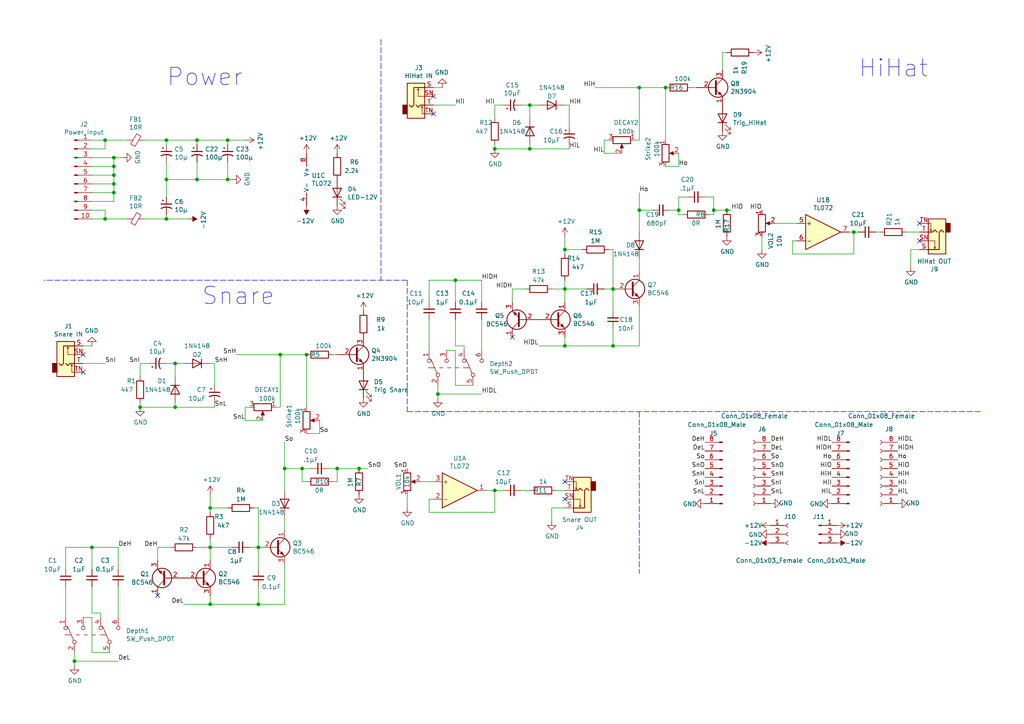
<source format=kicad_sch>
(kicad_sch (version 20211123) (generator eeschema)
  (paper "A4")
  (lib_symbols
    (symbol "Amplifier_Operational:TL072" (pin_names (offset 0.127))
      (property "Reference" "U" (at 0 5.08 0))
      (property "Value" "TL072" (at 0 -5.08 0))
      (symbol "TL072_1_1"
        (pin output line (at 7.62 0 180) (length 2.54) (name "~") (number "1"))
        (pin input line (at -7.62 -2.54 0) (length 2.54) (name "-") (number "2"))
        (pin input line (at -7.62 2.54 0) (length 2.54) (name "+") (number "3"))
      )
      (symbol "TL072_2_1"
        (pin input line (at -7.62 2.54 0) (length 2.54) (name "+") (number "5"))
        (pin input line (at -7.62 -2.54 0) (length 2.54) (name "-") (number "6"))
        (pin output line (at 7.62 0 180) (length 2.54) (name "~") (number "7"))
      )
      (symbol "TL072_3_1"
        (pin power_in line (at -2.54 -7.62 90) (length 3.81) (name "V-") (number "4"))
        (pin power_in line (at -2.54 7.62 270) (length 3.81) (name "V+") (number "8"))
      )
    )
    (symbol "Connector:AudioJack2_Switch"
      (property "Reference" "J" (at 0 11.43 0))
      (property "Value" "AudioJack2_Switch" (at 0 8.89 0))
      (symbol "AudioJack2_Switch_1_1"
        (pin passive line (at 5.08 5.08 180) (length 2.54) (name "~") (number "S"))
        (pin passive line (at 5.08 2.54 180) (length 2.54) (name "~") (number "SN"))
        (pin passive line (at 5.08 0 180) (length 2.54) (name "~") (number "T"))
        (pin passive line (at 5.08 -2.54 180) (length 2.54) (name "~") (number "TN"))
      )
    )
    (symbol "Connector:Conn_01x03_Female" (pin_names (offset 1.016) hide)
      (property "Reference" "J" (at 0 5.08 0))
      (property "Value" "Conn_01x03_Female" (at 0 -5.08 0))
      (symbol "Conn_01x03_Female_1_1"
        (pin passive line (at -5.08 2.54 0) (length 3.81) (name "Pin_1") (number "1"))
        (pin passive line (at -5.08 0 0) (length 3.81) (name "Pin_2") (number "2"))
        (pin passive line (at -5.08 -2.54 0) (length 3.81) (name "Pin_3") (number "3"))
      )
    )
    (symbol "Connector:Conn_01x03_Male" (pin_names (offset 1.016) hide)
      (property "Reference" "J" (at 0 5.08 0))
      (property "Value" "Conn_01x03_Male" (at 0 -5.08 0))
      (symbol "Conn_01x03_Male_1_1"
        (pin passive line (at 5.08 2.54 180) (length 3.81) (name "Pin_1") (number "1"))
        (pin passive line (at 5.08 0 180) (length 3.81) (name "Pin_2") (number "2"))
        (pin passive line (at 5.08 -2.54 180) (length 3.81) (name "Pin_3") (number "3"))
      )
    )
    (symbol "Connector:Conn_01x08_Female" (pin_names (offset 1.016) hide)
      (property "Reference" "J" (at 0 10.16 0))
      (property "Value" "Conn_01x08_Female" (at 0 -12.7 0))
      (symbol "Conn_01x08_Female_1_1"
        (pin passive line (at -5.08 7.62 0) (length 3.81) (name "Pin_1") (number "1"))
        (pin passive line (at -5.08 5.08 0) (length 3.81) (name "Pin_2") (number "2"))
        (pin passive line (at -5.08 2.54 0) (length 3.81) (name "Pin_3") (number "3"))
        (pin passive line (at -5.08 0 0) (length 3.81) (name "Pin_4") (number "4"))
        (pin passive line (at -5.08 -2.54 0) (length 3.81) (name "Pin_5") (number "5"))
        (pin passive line (at -5.08 -5.08 0) (length 3.81) (name "Pin_6") (number "6"))
        (pin passive line (at -5.08 -7.62 0) (length 3.81) (name "Pin_7") (number "7"))
        (pin passive line (at -5.08 -10.16 0) (length 3.81) (name "Pin_8") (number "8"))
      )
    )
    (symbol "Connector:Conn_01x08_Male" (pin_names (offset 1.016) hide)
      (property "Reference" "J" (at 0 10.16 0))
      (property "Value" "Conn_01x08_Male" (at 0 -12.7 0))
      (symbol "Conn_01x08_Male_1_1"
        (pin passive line (at 5.08 7.62 180) (length 3.81) (name "Pin_1") (number "1"))
        (pin passive line (at 5.08 5.08 180) (length 3.81) (name "Pin_2") (number "2"))
        (pin passive line (at 5.08 2.54 180) (length 3.81) (name "Pin_3") (number "3"))
        (pin passive line (at 5.08 0 180) (length 3.81) (name "Pin_4") (number "4"))
        (pin passive line (at 5.08 -2.54 180) (length 3.81) (name "Pin_5") (number "5"))
        (pin passive line (at 5.08 -5.08 180) (length 3.81) (name "Pin_6") (number "6"))
        (pin passive line (at 5.08 -7.62 180) (length 3.81) (name "Pin_7") (number "7"))
        (pin passive line (at 5.08 -10.16 180) (length 3.81) (name "Pin_8") (number "8"))
      )
    )
    (symbol "Connector:Conn_01x10_Male" (pin_names (offset 1.016) hide)
      (property "Reference" "J" (at 0 12.7 0))
      (property "Value" "Conn_01x10_Male" (at 0 -15.24 0))
      (symbol "Conn_01x10_Male_1_1"
        (pin passive line (at 5.08 10.16 180) (length 3.81) (name "Pin_1") (number "1"))
        (pin passive line (at 5.08 -12.7 180) (length 3.81) (name "Pin_10") (number "10"))
        (pin passive line (at 5.08 7.62 180) (length 3.81) (name "Pin_2") (number "2"))
        (pin passive line (at 5.08 5.08 180) (length 3.81) (name "Pin_3") (number "3"))
        (pin passive line (at 5.08 2.54 180) (length 3.81) (name "Pin_4") (number "4"))
        (pin passive line (at 5.08 0 180) (length 3.81) (name "Pin_5") (number "5"))
        (pin passive line (at 5.08 -2.54 180) (length 3.81) (name "Pin_6") (number "6"))
        (pin passive line (at 5.08 -5.08 180) (length 3.81) (name "Pin_7") (number "7"))
        (pin passive line (at 5.08 -7.62 180) (length 3.81) (name "Pin_8") (number "8"))
        (pin passive line (at 5.08 -10.16 180) (length 3.81) (name "Pin_9") (number "9"))
      )
    )
    (symbol "Device:CP1_Small" (pin_numbers hide) (pin_names (offset 0.254) hide)
      (property "Reference" "C" (at 0.254 1.778 0))
      (property "Value" "Device_CP1_Small" (at 0.254 -2.032 0))
      (symbol "CP1_Small_1_1"
        (pin passive line (at 0 2.54 270) (length 2.032) (name "~") (number "1"))
        (pin passive line (at 0 -2.54 90) (length 2.032) (name "~") (number "2"))
      )
    )
    (symbol "Device:C_Small" (pin_numbers hide) (pin_names (offset 0.254) hide)
      (property "Reference" "C" (at 0.254 1.778 0))
      (property "Value" "C_Small" (at 0.254 -2.032 0))
      (symbol "C_Small_1_1"
        (pin passive line (at 0 2.54 270) (length 2.032) (name "~") (number "1"))
        (pin passive line (at 0 -2.54 90) (length 2.032) (name "~") (number "2"))
      )
    )
    (symbol "Device:Ferrite_Bead_Small" (pin_numbers hide) (pin_names (offset 0))
      (property "Reference" "FB" (at 1.905 1.27 0))
      (property "Value" "Device_Ferrite_Bead_Small" (at 1.905 -1.27 0))
      (symbol "Ferrite_Bead_Small_1_1"
        (pin passive line (at 0 2.54 270) (length 1.27) (name "~") (number "1"))
        (pin passive line (at 0 -2.54 90) (length 1.27) (name "~") (number "2"))
      )
    )
    (symbol "Device:LED" (pin_numbers hide) (pin_names (offset 1.016) hide)
      (property "Reference" "D" (at 0 2.54 0))
      (property "Value" "LED" (at 0 -2.54 0))
      (symbol "LED_1_1"
        (pin passive line (at -3.81 0 0) (length 2.54) (name "K") (number "1"))
        (pin passive line (at 3.81 0 180) (length 2.54) (name "A") (number "2"))
      )
    )
    (symbol "Device:R" (pin_numbers hide) (pin_names (offset 0))
      (property "Reference" "R" (at 2.032 0 90))
      (property "Value" "R" (at 0 0 90))
      (symbol "R_1_1"
        (pin passive line (at 0 3.81 270) (length 1.27) (name "~") (number "1"))
        (pin passive line (at 0 -3.81 90) (length 1.27) (name "~") (number "2"))
      )
    )
    (symbol "Device:R_POT" (pin_names (offset 1.016) hide)
      (property "Reference" "RV" (at -4.445 0 90))
      (property "Value" "Device_R_POT" (at -2.54 0 90))
      (symbol "R_POT_1_1"
        (pin passive line (at 0 3.81 270) (length 1.27) (name "1") (number "1"))
        (pin passive line (at 3.81 0 180) (length 1.27) (name "2") (number "2"))
        (pin passive line (at 0 -3.81 90) (length 1.27) (name "3") (number "3"))
      )
    )
    (symbol "Diode:1N4148" (pin_numbers hide) (pin_names (offset 1.016) hide)
      (property "Reference" "D" (at 0 2.54 0))
      (property "Value" "1N4148" (at 0 -2.54 0))
      (symbol "1N4148_1_1"
        (pin passive line (at -3.81 0 0) (length 2.54) (name "K") (number "1"))
        (pin passive line (at 3.81 0 180) (length 2.54) (name "A") (number "2"))
      )
    )
    (symbol "Switch:SW_Push_DPDT" (pin_names (offset 0) hide)
      (property "Reference" "SW" (at 0 8.89 0))
      (property "Value" "SW_Push_DPDT" (at 0 -10.16 0))
      (symbol "SW_Push_DPDT_1_1"
        (pin passive line (at 5.08 7.62 180) (length 2.54) (name "A") (number "1"))
        (pin passive line (at -5.08 5.08 0) (length 2.54) (name "B") (number "2"))
        (pin passive line (at 5.08 2.54 180) (length 2.54) (name "C") (number "3"))
        (pin passive line (at 5.08 -2.54 180) (length 2.54) (name "A") (number "4"))
        (pin passive line (at -5.08 -5.08 0) (length 2.54) (name "B") (number "5"))
        (pin passive line (at 5.08 -7.62 180) (length 2.54) (name "C") (number "6"))
      )
    )
    (symbol "Transistor_BJT:2N3904" (pin_names (offset 0) hide)
      (property "Reference" "Q" (at 5.08 1.905 0))
      (property "Value" "2N3904" (at 5.08 0 0))
      (symbol "2N3904_1_1"
        (pin passive line (at 2.54 -5.08 90) (length 2.54) (name "E") (number "1"))
        (pin passive line (at -5.08 0 0) (length 5.715) (name "B") (number "2"))
        (pin passive line (at 2.54 5.08 270) (length 2.54) (name "C") (number "3"))
      )
    )
    (symbol "Transistor_BJT:BC546" (pin_names (offset 0) hide)
      (property "Reference" "Q" (at 5.08 1.905 0))
      (property "Value" "BC546" (at 5.08 0 0))
      (symbol "BC546_1_1"
        (pin passive line (at 2.54 5.08 270) (length 2.54) (name "C") (number "1"))
        (pin input line (at -5.08 0 0) (length 5.08) (name "B") (number "2"))
        (pin passive line (at 2.54 -5.08 90) (length 2.54) (name "E") (number "3"))
      )
    )
    (symbol "power:+12V" (power) (pin_names (offset 0))
      (property "Value" "+12V" (at 0 3.556 0))
      (symbol "+12V_1_1"
        (pin power_in line (at 0 0 90) (length 0) hide (name "+12V") (number "1"))
      )
    )
    (symbol "power:-12V" (power) (pin_names (offset 0))
      (property "Value" "-12V" (at 0 3.81 0))
      (symbol "-12V_0_0"
        (pin power_in line (at 0 0 90) (length 0) hide (name "-12V") (number "1"))
      )
    )
    (symbol "power:GND" (power) (pin_names (offset 0))
      (property "Value" "GND" (at 0 -3.81 0))
      (symbol "GND_1_1"
        (pin power_in line (at 0 0 270) (length 0) hide (name "GND") (number "1"))
      )
    )
  )
  (junction (at 81.28 102.87))
  (junction (at 33.02 50.8))
  (junction (at 50.8 105.41))
  (junction (at 87.63 135.89))
  (junction (at 177.8 83.82))
  (junction (at 48.26 40.64))
  (junction (at 196.85 60.96))
  (junction (at 82.55 135.89))
  (junction (at 97.79 135.89))
  (junction (at 66.04 52.07))
  (junction (at 163.83 83.82))
  (junction (at 57.15 40.64))
  (junction (at 153.67 43.18))
  (junction (at 185.42 25.4))
  (junction (at 247.65 67.31))
  (junction (at 57.15 52.07))
  (junction (at 74.93 158.75))
  (junction (at 60.96 147.32))
  (junction (at 60.96 175.26))
  (junction (at 48.26 63.5))
  (junction (at 66.04 40.64))
  (junction (at 104.14 135.89))
  (junction (at 177.8 100.33))
  (junction (at 163.83 100.33))
  (junction (at 40.64 118.11))
  (junction (at 21.59 191.77))
  (junction (at 193.04 25.4))
  (junction (at 30.48 63.5))
  (junction (at 132.08 81.28))
  (junction (at 48.26 52.07))
  (junction (at 163.83 72.39))
  (junction (at 143.51 43.18))
  (junction (at 185.42 60.96))
  (junction (at 33.02 48.26))
  (junction (at 50.8 118.11))
  (junction (at 88.9 102.87))
  (junction (at 33.02 55.88))
  (junction (at 30.48 40.64))
  (junction (at 60.96 158.75))
  (junction (at 127 114.3))
  (junction (at 153.67 30.48))
  (junction (at 210.82 60.96))
  (junction (at 33.02 53.34))
  (junction (at 143.51 142.24))
  (junction (at 207.01 60.96))
  (junction (at 74.93 175.26))
  (junction (at 26.67 158.75))
  (junction (at 33.02 45.72))
  (no_connect (at 24.13 102.87))
  (no_connect (at 125.73 27.94))
  (no_connect (at 45.72 172.72))
  (no_connect (at 266.7 69.85))
  (no_connect (at 163.83 144.78))
  (no_connect (at 266.7 64.77))
  (no_connect (at 148.59 97.79))
  (no_connect (at 125.73 33.02))
  (no_connect (at 163.83 139.7))
  (no_connect (at 24.13 107.95))
  (wire (pts (xy 184.15 40.64) (xy 185.42 40.64)))
  (wire (pts (xy 163.83 72.39) (xy 163.83 73.66)))
  (wire (pts (xy 26.67 60.96) (xy 30.48 60.96)))
  (wire (pts (xy 165.1 30.48) (xy 165.1 36.83)))
  (wire (pts (xy 127 111.76) (xy 127 114.3)))
  (wire (pts (xy 177.8 100.33) (xy 163.83 100.33)))
  (wire (pts (xy 185.42 25.4) (xy 193.04 25.4)))
  (wire (pts (xy 153.67 142.24) (xy 151.13 142.24)))
  (wire (pts (xy 71.12 118.11) (xy 72.39 118.11)))
  (polyline (pts (xy 110.49 11.43) (xy 110.49 81.28)))
  (wire (pts (xy 153.67 34.29) (xy 153.67 30.48)))
  (wire (pts (xy 124.46 92.71) (xy 124.46 101.6)))
  (wire (pts (xy 264.16 72.39) (xy 264.16 77.47)))
  (wire (pts (xy 82.55 163.83) (xy 82.55 175.26)))
  (wire (pts (xy 50.8 105.41) (xy 48.26 105.41)))
  (wire (pts (xy 140.97 142.24) (xy 143.51 142.24)))
  (wire (pts (xy 81.28 102.87) (xy 88.9 102.87)))
  (wire (pts (xy 132.08 81.28) (xy 132.08 87.63)))
  (wire (pts (xy 220.98 68.58) (xy 220.98 72.39)))
  (wire (pts (xy 196.85 62.23) (xy 196.85 60.96)))
  (wire (pts (xy 50.8 118.11) (xy 50.8 116.84)))
  (wire (pts (xy 129.54 101.6) (xy 132.08 101.6)))
  (wire (pts (xy 210.82 60.96) (xy 207.01 60.96)))
  (wire (pts (xy 196.85 60.96) (xy 194.31 60.96)))
  (wire (pts (xy 26.67 158.75) (xy 26.67 165.1)))
  (wire (pts (xy 73.66 147.32) (xy 74.93 147.32)))
  (wire (pts (xy 139.7 92.71) (xy 139.7 101.6)))
  (wire (pts (xy 229.87 73.66) (xy 229.87 69.85)))
  (wire (pts (xy 207.01 57.15) (xy 207.01 60.96)))
  (wire (pts (xy 163.83 72.39) (xy 168.91 72.39)))
  (wire (pts (xy 210.82 60.96) (xy 212.09 60.96)))
  (wire (pts (xy 74.93 175.26) (xy 60.96 175.26)))
  (wire (pts (xy 74.93 158.75) (xy 72.39 158.75)))
  (wire (pts (xy 163.83 83.82) (xy 160.02 83.82)))
  (wire (pts (xy 26.67 58.42) (xy 33.02 58.42)))
  (wire (pts (xy 74.93 165.1) (xy 74.93 158.75)))
  (wire (pts (xy 82.55 149.86) (xy 82.55 153.67)))
  (wire (pts (xy 176.53 72.39) (xy 177.8 72.39)))
  (wire (pts (xy 134.62 101.6) (xy 134.62 100.33)))
  (wire (pts (xy 255.27 67.31) (xy 254 67.31)))
  (wire (pts (xy 127 114.3) (xy 127 115.57)))
  (wire (pts (xy 185.42 60.96) (xy 185.42 67.31)))
  (wire (pts (xy 26.67 179.07) (xy 24.13 179.07)))
  (wire (pts (xy 163.83 83.82) (xy 170.18 83.82)))
  (wire (pts (xy 49.53 158.75) (xy 45.72 158.75)))
  (wire (pts (xy 33.02 53.34) (xy 33.02 50.8)))
  (wire (pts (xy 33.02 58.42) (xy 33.02 55.88)))
  (wire (pts (xy 82.55 175.26) (xy 74.93 175.26)))
  (wire (pts (xy 60.96 158.75) (xy 67.31 158.75)))
  (wire (pts (xy 60.96 147.32) (xy 66.04 147.32)))
  (wire (pts (xy 68.58 102.87) (xy 81.28 102.87)))
  (wire (pts (xy 33.02 48.26) (xy 33.02 50.8)))
  (wire (pts (xy 66.04 46.99) (xy 66.04 52.07)))
  (wire (pts (xy 125.73 25.4) (xy 128.27 25.4)))
  (wire (pts (xy 97.79 135.89) (xy 104.14 135.89)))
  (polyline (pts (xy 118.11 81.28) (xy 12.7 81.28)))
  (wire (pts (xy 41.91 63.5) (xy 48.26 63.5)))
  (wire (pts (xy 26.67 63.5) (xy 30.48 63.5)))
  (wire (pts (xy 96.52 139.7) (xy 97.79 139.7)))
  (wire (pts (xy 97.79 135.89) (xy 97.79 139.7)))
  (wire (pts (xy 88.9 125.73) (xy 92.71 125.73)))
  (wire (pts (xy 163.83 72.39) (xy 163.83 68.58)))
  (wire (pts (xy 26.67 177.8) (xy 26.67 170.18)))
  (wire (pts (xy 246.38 67.31) (xy 247.65 67.31)))
  (wire (pts (xy 95.25 135.89) (xy 97.79 135.89)))
  (wire (pts (xy 60.96 162.56) (xy 60.96 158.75)))
  (wire (pts (xy 40.64 116.84) (xy 40.64 118.11)))
  (wire (pts (xy 139.7 87.63) (xy 139.7 81.28)))
  (wire (pts (xy 26.67 55.88) (xy 33.02 55.88)))
  (wire (pts (xy 163.83 100.33) (xy 156.21 100.33)))
  (wire (pts (xy 57.15 46.99) (xy 57.15 52.07)))
  (wire (pts (xy 207.01 60.96) (xy 207.01 62.23)))
  (wire (pts (xy 165.1 41.91) (xy 165.1 43.18)))
  (wire (pts (xy 137.16 111.76) (xy 132.08 111.76)))
  (wire (pts (xy 139.7 81.28) (xy 132.08 81.28)))
  (wire (pts (xy 143.51 41.91) (xy 143.51 43.18)))
  (wire (pts (xy 67.31 52.07) (xy 66.04 52.07)))
  (wire (pts (xy 185.42 74.93) (xy 185.42 78.74)))
  (wire (pts (xy 80.01 118.11) (xy 81.28 118.11)))
  (wire (pts (xy 132.08 111.76) (xy 132.08 101.6)))
  (wire (pts (xy 41.91 40.64) (xy 48.26 40.64)))
  (wire (pts (xy 92.71 125.73) (xy 92.71 121.92)))
  (wire (pts (xy 26.67 40.64) (xy 30.48 40.64)))
  (wire (pts (xy 50.8 109.22) (xy 50.8 105.41)))
  (wire (pts (xy 175.26 44.45) (xy 175.26 40.64)))
  (wire (pts (xy 210.82 15.24) (xy 209.55 15.24)))
  (wire (pts (xy 57.15 52.07) (xy 48.26 52.07)))
  (wire (pts (xy 21.59 189.23) (xy 21.59 191.77)))
  (wire (pts (xy 262.89 67.31) (xy 266.7 67.31)))
  (wire (pts (xy 193.04 25.4) (xy 193.04 40.64)))
  (wire (pts (xy 60.96 147.32) (xy 60.96 143.51)))
  (wire (pts (xy 180.34 44.45) (xy 175.26 44.45)))
  (wire (pts (xy 185.42 60.96) (xy 189.23 60.96)))
  (wire (pts (xy 121.92 139.7) (xy 125.73 139.7)))
  (wire (pts (xy 19.05 165.1) (xy 19.05 158.75)))
  (wire (pts (xy 185.42 88.9) (xy 185.42 100.33)))
  (polyline (pts (xy 185.42 119.38) (xy 185.42 166.37)))
  (wire (pts (xy 163.83 97.79) (xy 163.83 100.33)))
  (wire (pts (xy 60.96 175.26) (xy 53.34 175.26)))
  (wire (pts (xy 124.46 148.59) (xy 124.46 144.78)))
  (wire (pts (xy 34.29 165.1) (xy 34.29 158.75)))
  (wire (pts (xy 33.02 55.88) (xy 33.02 53.34)))
  (wire (pts (xy 62.23 116.84) (xy 62.23 118.11)))
  (wire (pts (xy 204.47 57.15) (xy 207.01 57.15)))
  (wire (pts (xy 35.56 45.72) (xy 33.02 45.72)))
  (wire (pts (xy 172.72 25.4) (xy 185.42 25.4)))
  (wire (pts (xy 143.51 142.24) (xy 143.51 148.59)))
  (wire (pts (xy 87.63 135.89) (xy 90.17 135.89)))
  (wire (pts (xy 57.15 41.91) (xy 57.15 40.64)))
  (wire (pts (xy 74.93 170.18) (xy 74.93 175.26)))
  (wire (pts (xy 175.26 40.64) (xy 176.53 40.64)))
  (wire (pts (xy 143.51 148.59) (xy 124.46 148.59)))
  (wire (pts (xy 143.51 30.48) (xy 143.51 34.29)))
  (wire (pts (xy 96.52 102.87) (xy 97.79 102.87)))
  (wire (pts (xy 60.96 158.75) (xy 57.15 158.75)))
  (wire (pts (xy 34.29 158.75) (xy 26.67 158.75)))
  (wire (pts (xy 34.29 191.77) (xy 21.59 191.77)))
  (wire (pts (xy 193.04 48.26) (xy 196.85 48.26)))
  (wire (pts (xy 60.96 172.72) (xy 60.96 175.26)))
  (wire (pts (xy 196.85 57.15) (xy 199.39 57.15)))
  (wire (pts (xy 26.67 43.18) (xy 30.48 43.18)))
  (wire (pts (xy 60.96 105.41) (xy 62.23 105.41)))
  (wire (pts (xy 30.48 60.96) (xy 30.48 63.5)))
  (wire (pts (xy 163.83 81.28) (xy 163.83 83.82)))
  (polyline (pts (xy 118.11 119.38) (xy 284.48 119.38)))
  (wire (pts (xy 19.05 158.75) (xy 26.67 158.75)))
  (wire (pts (xy 34.29 170.18) (xy 34.29 179.07)))
  (wire (pts (xy 132.08 100.33) (xy 132.08 92.71)))
  (wire (pts (xy 125.73 30.48) (xy 132.08 30.48)))
  (wire (pts (xy 48.26 40.64) (xy 57.15 40.64)))
  (polyline (pts (xy 118.11 81.28) (xy 118.11 119.38)))
  (wire (pts (xy 185.42 55.88) (xy 185.42 60.96)))
  (wire (pts (xy 33.02 50.8) (xy 26.67 50.8)))
  (wire (pts (xy 196.85 60.96) (xy 196.85 57.15)))
  (wire (pts (xy 66.04 52.07) (xy 57.15 52.07)))
  (wire (pts (xy 53.34 105.41) (xy 50.8 105.41)))
  (wire (pts (xy 29.21 179.07) (xy 29.21 177.8)))
  (wire (pts (xy 57.15 40.64) (xy 66.04 40.64)))
  (wire (pts (xy 30.48 43.18) (xy 30.48 40.64)))
  (wire (pts (xy 247.65 67.31) (xy 247.65 73.66)))
  (wire (pts (xy 26.67 53.34) (xy 33.02 53.34)))
  (wire (pts (xy 205.74 62.23) (xy 207.01 62.23)))
  (wire (pts (xy 40.64 118.11) (xy 50.8 118.11)))
  (wire (pts (xy 124.46 144.78) (xy 125.73 144.78)))
  (wire (pts (xy 177.8 83.82) (xy 175.26 83.82)))
  (wire (pts (xy 177.8 72.39) (xy 177.8 83.82)))
  (wire (pts (xy 48.26 63.5) (xy 54.61 63.5)))
  (wire (pts (xy 152.4 83.82) (xy 148.59 83.82)))
  (wire (pts (xy 62.23 118.11) (xy 50.8 118.11)))
  (wire (pts (xy 60.96 147.32) (xy 60.96 148.59)))
  (wire (pts (xy 165.1 43.18) (xy 153.67 43.18)))
  (wire (pts (xy 21.59 191.77) (xy 21.59 193.04)))
  (wire (pts (xy 62.23 105.41) (xy 62.23 111.76)))
  (wire (pts (xy 163.83 30.48) (xy 165.1 30.48)))
  (wire (pts (xy 177.8 95.25) (xy 177.8 100.33)))
  (wire (pts (xy 124.46 81.28) (xy 132.08 81.28)))
  (wire (pts (xy 26.67 189.23) (xy 26.67 179.07)))
  (wire (pts (xy 134.62 100.33) (xy 132.08 100.33)))
  (wire (pts (xy 43.18 105.41) (xy 40.64 105.41)))
  (wire (pts (xy 45.72 158.75) (xy 45.72 162.56)))
  (wire (pts (xy 177.8 90.17) (xy 177.8 83.82)))
  (wire (pts (xy 146.05 30.48) (xy 143.51 30.48)))
  (wire (pts (xy 40.64 105.41) (xy 40.64 109.22)))
  (wire (pts (xy 266.7 72.39) (xy 264.16 72.39)))
  (wire (pts (xy 87.63 135.89) (xy 87.63 139.7)))
  (wire (pts (xy 160.02 147.32) (xy 160.02 151.13)))
  (wire (pts (xy 143.51 142.24) (xy 146.05 142.24)))
  (wire (pts (xy 31.75 189.23) (xy 26.67 189.23)))
  (wire (pts (xy 161.29 142.24) (xy 163.83 142.24)))
  (wire (pts (xy 224.79 64.77) (xy 231.14 64.77)))
  (wire (pts (xy 118.11 143.51) (xy 118.11 147.32)))
  (wire (pts (xy 60.96 156.21) (xy 60.96 158.75)))
  (wire (pts (xy 24.13 105.41) (xy 30.48 105.41)))
  (wire (pts (xy 48.26 62.23) (xy 48.26 63.5)))
  (wire (pts (xy 24.13 100.33) (xy 26.67 100.33)))
  (wire (pts (xy 66.04 41.91) (xy 66.04 40.64)))
  (wire (pts (xy 74.93 147.32) (xy 74.93 158.75)))
  (wire (pts (xy 26.67 45.72) (xy 33.02 45.72)))
  (wire (pts (xy 198.12 62.23) (xy 196.85 62.23)))
  (wire (pts (xy 160.02 147.32) (xy 163.83 147.32)))
  (wire (pts (xy 153.67 30.48) (xy 151.13 30.48)))
  (wire (pts (xy 209.55 15.24) (xy 209.55 20.32)))
  (wire (pts (xy 148.59 83.82) (xy 148.59 87.63)))
  (wire (pts (xy 196.85 48.26) (xy 196.85 44.45)))
  (wire (pts (xy 156.21 30.48) (xy 153.67 30.48)))
  (wire (pts (xy 139.7 114.3) (xy 127 114.3)))
  (wire (pts (xy 76.2 121.92) (xy 71.12 121.92)))
  (wire (pts (xy 185.42 100.33) (xy 177.8 100.33)))
  (wire (pts (xy 163.83 87.63) (xy 163.83 83.82)))
  (wire (pts (xy 104.14 135.89) (xy 106.68 135.89)))
  (wire (pts (xy 81.28 118.11) (xy 81.28 102.87)))
  (wire (pts (xy 19.05 170.18) (xy 19.05 179.07)))
  (wire (pts (xy 124.46 87.63) (xy 124.46 81.28)))
  (wire (pts (xy 153.67 43.18) (xy 153.67 41.91)))
  (wire (pts (xy 82.55 128.27) (xy 82.55 135.89)))
  (wire (pts (xy 229.87 69.85) (xy 231.14 69.85)))
  (wire (pts (xy 82.55 135.89) (xy 87.63 135.89)))
  (wire (pts (xy 88.9 139.7) (xy 87.63 139.7)))
  (wire (pts (xy 66.04 40.64) (xy 71.12 40.64)))
  (wire (pts (xy 247.65 73.66) (xy 229.87 73.66)))
  (wire (pts (xy 29.21 177.8) (xy 26.67 177.8)))
  (wire (pts (xy 48.26 52.07) (xy 48.26 57.15)))
  (wire (pts (xy 185.42 40.64) (xy 185.42 25.4)))
  (wire (pts (xy 48.26 46.99) (xy 48.26 52.07)))
  (wire (pts (xy 36.83 40.64) (xy 30.48 40.64)))
  (wire (pts (xy 33.02 45.72) (xy 33.02 48.26)))
  (wire (pts (xy 88.9 102.87) (xy 88.9 118.11)))
  (wire (pts (xy 143.51 43.18) (xy 153.67 43.18)))
  (wire (pts (xy 26.67 48.26) (xy 33.02 48.26)))
  (wire (pts (xy 48.26 41.91) (xy 48.26 40.64)))
  (wire (pts (xy 71.12 121.92) (xy 71.12 118.11)))
  (wire (pts (xy 200.66 25.4) (xy 201.93 25.4)))
  (wire (pts (xy 248.92 67.31) (xy 247.65 67.31)))
  (wire (pts (xy 82.55 135.89) (xy 82.55 142.24)))
  (wire (pts (xy 30.48 63.5) (xy 36.83 63.5)))
  (text "Snare" (at 58.42 88.9 0) (effects (font (size 5.0038 5.0038)) (justify left bottom)))
  (text "Power\n" (at 48.26 25.4 0) (effects (font (size 5.0038 5.0038)) (justify left bottom)))
  (text "HiHat" (at 248.92 22.86 0) (effects (font (size 5.0038 5.0038)) (justify left bottom)))
  (label "DeH" (at 223.52 128.27 0))
  (label "HiL" (at 241.3 143.51 180))
  (label "Ho" (at 260.35 133.35 0))
  (label "SnO" (at 204.47 135.89 180))
  (label "HiH" (at 165.1 30.48 0))
  (label "HiDH" (at 260.35 130.81 0))
  (label "SnH" (at 223.52 138.43 0))
  (label "HiL" (at 260.35 143.51 0))
  (label "HiL" (at 165.1 43.18 0))
  (label "HiO" (at 212.09 60.96 0))
  (label "SnO" (at 118.11 135.89 180))
  (label "Ho" (at 196.85 48.26 0))
  (label "So" (at 82.55 128.27 0))
  (label "HiI" (at 132.08 30.48 0))
  (label "So" (at 204.47 133.35 180))
  (label "DeH" (at 204.47 128.27 180))
  (label "SnI" (at 223.52 140.97 0))
  (label "HiDL" (at 260.35 128.27 0))
  (label "HiI" (at 260.35 140.97 0))
  (label "SnI" (at 30.48 105.41 0))
  (label "HiH" (at 172.72 25.4 180))
  (label "DeL" (at 34.29 191.77 0))
  (label "SnO" (at 223.52 135.89 0))
  (label "HiDL" (at 241.3 128.27 180))
  (label "DeH" (at 45.72 158.75 180))
  (label "DeH" (at 34.29 158.75 0))
  (label "SnL" (at 223.52 143.51 0))
  (label "SnL" (at 204.47 143.51 180))
  (label "SnH" (at 62.23 105.41 0))
  (label "DeL" (at 204.47 130.81 180))
  (label "SnH" (at 68.58 102.87 180))
  (label "HiDH" (at 139.7 81.28 0))
  (label "SnL" (at 71.12 121.92 180))
  (label "HiI" (at 143.51 30.48 180))
  (label "HiDH" (at 241.3 130.81 180))
  (label "So" (at 92.71 125.73 0))
  (label "HiL" (at 175.26 44.45 180))
  (label "SnO" (at 106.68 135.89 0))
  (label "DeL" (at 53.34 175.26 180))
  (label "HiH" (at 260.35 138.43 0))
  (label "So" (at 223.52 133.35 0))
  (label "Ho" (at 241.3 133.35 180))
  (label "HiO" (at 260.35 135.89 0))
  (label "HiI" (at 241.3 140.97 180))
  (label "HiDL" (at 156.21 100.33 180))
  (label "HiO" (at 241.3 135.89 180))
  (label "Ho" (at 185.42 55.88 0))
  (label "HiO" (at 220.98 60.96 180))
  (label "SnI" (at 40.64 105.41 180))
  (label "SnL" (at 62.23 118.11 0))
  (label "DeL" (at 223.52 130.81 0))
  (label "HiH" (at 241.3 138.43 180))
  (label "SnH" (at 204.47 138.43 180))
  (label "HiDH" (at 148.59 83.82 180))
  (label "SnI" (at 204.47 140.97 180))
  (label "HiDL" (at 139.7 114.3 0))
  (symbol (lib_id "Device:CP1_Small") (at 45.72 105.41 90) (unit 1)
    (property "Reference" "C4" (at 45.72 99.6188 90))
    (property "Value" "10µF" (at 45.72 101.9302 90))
    (property "Footprint" "Capacitor_THT:CP_Radial_D5.0mm_P2.00mm" (effects hide))
  )
  (symbol (lib_id "Device:R") (at 40.64 113.03 0) (unit 1)
    (property "Reference" "R1" (at 38.1 110.49 0))
    (property "Value" "4k7" (at 36.83 113.03 0))
    (property "Footprint" "Resistor_THT:R_Axial_DIN0207_L6.3mm_D2.5mm_P10.16mm_Horizontal" (effects hide))
  )
  (symbol (lib_id "Device:R_POT") (at 76.2 118.11 270) (unit 1)
    (property "Reference" "DECAY1" (at 77.47 113.03 90))
    (property "Value" "100k" (at 77.47 115.57 90))
    (property "Footprint" "Potentiometer_THT:Potentiometer_Bourns_PTV09A-1_Single_Vertical" (effects hide))
  )
  (symbol (lib_id "Transistor_BJT:BC546") (at 58.42 167.64 0) (unit 1)
    (property "Reference" "Q2" (at 63.2714 166.4716 0) (effects (justify left)))
    (property "Value" "BC546" (at 63.2714 168.783 0) (effects (justify left)))
    (property "Footprint" "Package_TO_SOT_THT:TO-92_Inline" (effects hide))
    (property "Datasheet" "https://www.onsemi.com/pub/Collateral/BC550-D.pdf" (effects hide))
  )
  (symbol (lib_id "Transistor_BJT:BC546") (at 48.26 167.64 180) (unit 1)
    (property "Reference" "Q1" (at 43.4086 166.4716 0) (effects (justify left)))
    (property "Value" "BC546" (at 44.45 168.91 0) (effects (justify left)))
    (property "Footprint" "Package_TO_SOT_THT:TO-92_Inline" (effects hide))
    (property "Datasheet" "https://www.onsemi.com/pub/Collateral/BC550-D.pdf" (effects hide))
  )
  (symbol (lib_id "Device:C_Small") (at 34.29 167.64 0) (unit 1)
    (property "Reference" "C3" (at 30.48 162.56 0))
    (property "Value" "0.1µF" (at 30.48 165.1 0))
    (property "Footprint" "Capacitor_THT:C_Disc_D7.0mm_W2.5mm_P5.00mm" (effects hide))
  )
  (symbol (lib_id "Device:CP1_Small") (at 62.23 114.3 0) (unit 1)
    (property "Reference" "C7" (at 58.42 113.03 0))
    (property "Value" "10µF" (at 57.15 115.57 0))
    (property "Footprint" "Capacitor_THT:CP_Radial_D5.0mm_P2.00mm" (effects hide))
  )
  (symbol (lib_id "Diode:1N4148") (at 57.15 105.41 180) (unit 1)
    (property "Reference" "D2" (at 57.15 102.87 0))
    (property "Value" "1N4148" (at 57.15 100.33 0))
    (property "Footprint" "Diode_THT:D_DO-35_SOD27_P7.62mm_Horizontal" (effects hide))
    (property "Datasheet" "https://assets.nexperia.com/documents/data-sheet/1N4148_1N4448.pdf" (effects hide))
  )
  (symbol (lib_id "Diode:1N4148") (at 50.8 113.03 270) (unit 1)
    (property "Reference" "D1" (at 46.99 110.49 90))
    (property "Value" "1N4148" (at 45.72 113.03 90))
    (property "Footprint" "Diode_THT:D_DO-35_SOD27_P7.62mm_Horizontal" (effects hide))
    (property "Datasheet" "https://assets.nexperia.com/documents/data-sheet/1N4148_1N4448.pdf" (effects hide))
  )
  (symbol (lib_id "power:GND") (at 40.64 118.11 0) (unit 1)
    (property "Reference" "#PWR04" (effects hide))
    (property "Value" "GND" (at 40.767 122.5042 0))
  )
  (symbol (lib_id "Transistor_BJT:BC546") (at 80.01 158.75 0) (unit 1)
    (property "Reference" "Q3" (at 84.8614 157.5816 0) (effects (justify left)))
    (property "Value" "BC546" (at 84.8614 159.893 0) (effects (justify left)))
    (property "Footprint" "Package_TO_SOT_THT:TO-92_Inline" (effects hide))
    (property "Datasheet" "https://www.onsemi.com/pub/Collateral/BC550-D.pdf" (effects hide))
  )
  (symbol (lib_id "Device:R") (at 53.34 158.75 90) (unit 1)
    (property "Reference" "R2" (at 53.34 153.67 90))
    (property "Value" "47k" (at 53.34 156.21 90))
    (property "Footprint" "Resistor_THT:R_Axial_DIN0207_L6.3mm_D2.5mm_P10.16mm_Horizontal" (effects hide))
  )
  (symbol (lib_id "Device:R") (at 60.96 152.4 0) (unit 1)
    (property "Reference" "R3" (at 63.5 149.86 0))
    (property "Value" "4k7" (at 64.77 152.4 0))
    (property "Footprint" "Resistor_THT:R_Axial_DIN0207_L6.3mm_D2.5mm_P10.16mm_Horizontal" (effects hide))
  )
  (symbol (lib_id "Device:R") (at 69.85 147.32 90) (unit 1)
    (property "Reference" "R4" (at 69.85 142.24 90))
    (property "Value" "1M" (at 69.85 144.78 90))
    (property "Footprint" "Resistor_THT:R_Axial_DIN0207_L6.3mm_D2.5mm_P10.16mm_Horizontal" (effects hide))
  )
  (symbol (lib_id "Device:C_Small") (at 69.85 158.75 90) (unit 1)
    (property "Reference" "C8" (at 67.31 160.02 90))
    (property "Value" "1µF" (at 68.58 162.56 90))
    (property "Footprint" "Capacitor_THT:C_Disc_D7.0mm_W2.5mm_P5.00mm" (effects hide))
  )
  (symbol (lib_id "Device:C_Small") (at 74.93 167.64 180) (unit 1)
    (property "Reference" "C9" (at 78.74 167.64 0))
    (property "Value" "0.1µF" (at 78.74 170.18 0))
    (property "Footprint" "Capacitor_THT:C_Disc_D7.0mm_W2.5mm_P5.00mm" (effects hide))
  )
  (symbol (lib_id "power:GND") (at 21.59 193.04 0) (unit 1)
    (property "Reference" "#PWR02" (effects hide))
    (property "Value" "GND" (at 21.717 197.4342 0))
  )
  (symbol (lib_id "power:+12V") (at 60.96 143.51 0) (unit 1)
    (property "Reference" "#PWR08" (effects hide))
    (property "Value" "+12V" (at 61.341 139.1158 0))
  )
  (symbol (lib_id "Diode:1N4148") (at 82.55 146.05 90) (unit 1)
    (property "Reference" "D3" (at 80.01 146.05 90))
    (property "Value" "1N4148" (at 78.74 148.59 90))
    (property "Footprint" "Diode_THT:D_DO-35_SOD27_P7.62mm_Horizontal" (effects hide))
    (property "Datasheet" "https://assets.nexperia.com/documents/data-sheet/1N4148_1N4448.pdf" (effects hide))
  )
  (symbol (lib_id "Device:CP1_Small") (at 148.59 30.48 90) (unit 1)
    (property "Reference" "C15" (at 148.59 24.6888 90))
    (property "Value" "10µF" (at 148.59 27.0002 90))
    (property "Footprint" "Capacitor_THT:CP_Radial_D5.0mm_P2.00mm" (effects hide))
  )
  (symbol (lib_id "Device:R") (at 143.51 38.1 0) (unit 1)
    (property "Reference" "R12" (at 140.97 35.56 0))
    (property "Value" "4k7" (at 139.7 38.1 0))
    (property "Footprint" "Resistor_THT:R_Axial_DIN0207_L6.3mm_D2.5mm_P10.16mm_Horizontal" (effects hide))
  )
  (symbol (lib_id "Transistor_BJT:BC546") (at 161.29 92.71 0) (unit 1)
    (property "Reference" "Q6" (at 166.1414 91.5416 0) (effects (justify left)))
    (property "Value" "BC546" (at 166.1414 93.853 0) (effects (justify left)))
    (property "Footprint" "Package_TO_SOT_THT:TO-92_Inline" (effects hide))
    (property "Datasheet" "https://www.onsemi.com/pub/Collateral/BC550-D.pdf" (effects hide))
  )
  (symbol (lib_id "Transistor_BJT:BC546") (at 151.13 92.71 180) (unit 1)
    (property "Reference" "Q5" (at 146.2786 91.5416 0) (effects (justify left)))
    (property "Value" "BC546" (at 147.32 93.98 0) (effects (justify left)))
    (property "Footprint" "Package_TO_SOT_THT:TO-92_Inline" (effects hide))
    (property "Datasheet" "https://www.onsemi.com/pub/Collateral/BC550-D.pdf" (effects hide))
  )
  (symbol (lib_id "Device:CP1_Small") (at 165.1 39.37 0) (unit 1)
    (property "Reference" "C16" (at 161.29 38.1 0))
    (property "Value" "10µF" (at 160.02 40.64 0))
    (property "Footprint" "Capacitor_THT:CP_Radial_D5.0mm_P2.00mm" (effects hide))
  )
  (symbol (lib_id "Diode:1N4148") (at 160.02 30.48 180) (unit 1)
    (property "Reference" "D7" (at 160.02 27.94 0))
    (property "Value" "1N4148" (at 160.02 25.4 0))
    (property "Footprint" "Diode_THT:D_DO-35_SOD27_P7.62mm_Horizontal" (effects hide))
    (property "Datasheet" "https://assets.nexperia.com/documents/data-sheet/1N4148_1N4448.pdf" (effects hide))
  )
  (symbol (lib_id "Diode:1N4148") (at 153.67 38.1 270) (unit 1)
    (property "Reference" "D6" (at 149.86 35.56 90))
    (property "Value" "1N4148" (at 148.59 38.1 90))
    (property "Footprint" "Diode_THT:D_DO-35_SOD27_P7.62mm_Horizontal" (effects hide))
    (property "Datasheet" "https://assets.nexperia.com/documents/data-sheet/1N4148_1N4448.pdf" (effects hide))
  )
  (symbol (lib_id "power:GND") (at 143.51 43.18 0) (unit 1)
    (property "Reference" "#PWR019" (effects hide))
    (property "Value" "GND" (at 143.637 47.5742 0))
  )
  (symbol (lib_id "Transistor_BJT:BC546") (at 182.88 83.82 0) (unit 1)
    (property "Reference" "Q7" (at 187.7314 82.6516 0) (effects (justify left)))
    (property "Value" "BC546" (at 187.7314 84.963 0) (effects (justify left)))
    (property "Footprint" "Package_TO_SOT_THT:TO-92_Inline" (effects hide))
    (property "Datasheet" "https://www.onsemi.com/pub/Collateral/BC550-D.pdf" (effects hide))
  )
  (symbol (lib_id "Device:R") (at 156.21 83.82 90) (unit 1)
    (property "Reference" "R13" (at 156.21 78.74 90))
    (property "Value" "47k" (at 156.21 81.28 90))
    (property "Footprint" "Resistor_THT:R_Axial_DIN0207_L6.3mm_D2.5mm_P10.16mm_Horizontal" (effects hide))
  )
  (symbol (lib_id "Device:R") (at 163.83 77.47 0) (unit 1)
    (property "Reference" "R14" (at 166.37 74.93 0))
    (property "Value" "4k7" (at 167.64 77.47 0))
    (property "Footprint" "Resistor_THT:R_Axial_DIN0207_L6.3mm_D2.5mm_P10.16mm_Horizontal" (effects hide))
  )
  (symbol (lib_id "Device:R") (at 172.72 72.39 90) (unit 1)
    (property "Reference" "R15" (at 172.72 67.31 90))
    (property "Value" "1M" (at 172.72 69.85 90))
    (property "Footprint" "Resistor_THT:R_Axial_DIN0207_L6.3mm_D2.5mm_P10.16mm_Horizontal" (effects hide))
  )
  (symbol (lib_id "Device:C_Small") (at 172.72 83.82 90) (unit 1)
    (property "Reference" "C17" (at 170.18 85.09 90))
    (property "Value" "1µF" (at 171.45 87.63 90))
    (property "Footprint" "Capacitor_THT:C_Disc_D7.0mm_W2.5mm_P5.00mm" (effects hide))
  )
  (symbol (lib_id "Device:C_Small") (at 177.8 92.71 180) (unit 1)
    (property "Reference" "C18" (at 181.61 92.71 0))
    (property "Value" "10nF" (at 181.61 95.25 0))
    (property "Footprint" "Capacitor_THT:C_Disc_D7.0mm_W2.5mm_P5.00mm" (effects hide))
  )
  (symbol (lib_id "power:+12V") (at 163.83 68.58 0) (unit 1)
    (property "Reference" "#PWR022" (effects hide))
    (property "Value" "+12V" (at 164.211 64.1858 0))
  )
  (symbol (lib_id "Diode:1N4148") (at 185.42 71.12 90) (unit 1)
    (property "Reference" "D8" (at 182.88 71.12 90))
    (property "Value" "1N4148" (at 181.61 73.66 90))
    (property "Footprint" "Diode_THT:D_DO-35_SOD27_P7.62mm_Horizontal" (effects hide))
    (property "Datasheet" "https://assets.nexperia.com/documents/data-sheet/1N4148_1N4448.pdf" (effects hide))
  )
  (symbol (lib_id "Device:C_Small") (at 191.77 60.96 90) (unit 1)
    (property "Reference" "C19" (at 189.23 62.23 90))
    (property "Value" "680pF" (at 190.5 64.77 90))
    (property "Footprint" "Capacitor_THT:C_Disc_D7.0mm_W2.5mm_P5.00mm" (effects hide))
  )
  (symbol (lib_id "Device:R") (at 259.08 67.31 270) (unit 1)
    (property "Reference" "R21" (at 257.9116 65.532 0) (effects (justify right)))
    (property "Value" "1k" (at 260.223 65.532 0) (effects (justify right)))
    (property "Footprint" "Resistor_THT:R_Axial_DIN0207_L6.3mm_D2.5mm_P10.16mm_Horizontal" (effects hide))
  )
  (symbol (lib_id "Device:C_Small") (at 251.46 67.31 90) (unit 1)
    (property "Reference" "C21" (at 248.92 62.23 90))
    (property "Value" "10µF" (at 248.92 64.77 90))
    (property "Footprint" "Capacitor_THT:C_Disc_D7.0mm_W2.5mm_P5.00mm" (effects hide))
  )
  (symbol (lib_id "Device:R") (at 157.48 142.24 270) (unit 1)
    (property "Reference" "R11" (at 158.75 142.24 90) (effects (justify right)))
    (property "Value" "1k" (at 158.75 139.7 90) (effects (justify right)))
    (property "Footprint" "Resistor_THT:R_Axial_DIN0207_L6.3mm_D2.5mm_P10.16mm_Horizontal" (effects hide))
  )
  (symbol (lib_id "Device:C_Small") (at 148.59 142.24 90) (unit 1)
    (property "Reference" "C12" (at 146.05 137.16 90))
    (property "Value" "10µF" (at 146.05 139.7 90))
    (property "Footprint" "Capacitor_THT:C_Disc_D7.0mm_W2.5mm_P5.00mm" (effects hide))
  )
  (symbol (lib_id "Amplifier_Operational:TL072") (at 133.35 142.24 0) (unit 1)
    (property "Reference" "U1" (at 133.35 132.9182 0))
    (property "Value" "TL072" (at 133.35 135.2296 0))
    (property "Footprint" "Package_DIP:DIP-8_W7.62mm_Socket" (effects hide))
    (property "Datasheet" "http://www.ti.com/lit/ds/symlink/tl071.pdf" (effects hide))
  )
  (symbol (lib_id "Amplifier_Operational:TL072") (at 238.76 67.31 0) (unit 2)
    (property "Reference" "U1" (at 238.76 57.9882 0))
    (property "Value" "TL072" (at 238.76 60.2996 0))
    (property "Footprint" "Package_DIP:DIP-8_W7.62mm_Socket" (effects hide))
    (property "Datasheet" "http://www.ti.com/lit/ds/symlink/tl071.pdf" (effects hide))
  )
  (symbol (lib_id "Device:C_Small") (at 92.71 135.89 90) (unit 1)
    (property "Reference" "C10" (at 90.17 130.81 90))
    (property "Value" ".1µF" (at 90.17 133.35 90))
    (property "Footprint" "Capacitor_THT:C_Disc_D7.0mm_W2.5mm_P5.00mm" (effects hide))
  )
  (symbol (lib_id "Device:R") (at 104.14 139.7 0) (unit 1)
    (property "Reference" "R7" (at 104.14 138.43 90) (effects (justify right)))
    (property "Value" "1M" (at 101.6 138.43 90) (effects (justify right)))
    (property "Footprint" "Resistor_THT:R_Axial_DIN0207_L6.3mm_D2.5mm_P10.16mm_Horizontal" (effects hide))
  )
  (symbol (lib_id "power:GND") (at 104.14 143.51 0) (unit 1)
    (property "Reference" "#PWR013" (effects hide))
    (property "Value" "GND" (at 104.267 147.9042 0))
  )
  (symbol (lib_id "Device:C_Small") (at 201.93 57.15 90) (unit 1)
    (property "Reference" "C20" (at 199.39 52.07 90))
    (property "Value" ".1µF" (at 199.39 54.61 90))
    (property "Footprint" "Capacitor_THT:C_Disc_D7.0mm_W2.5mm_P5.00mm" (effects hide))
  )
  (symbol (lib_id "Device:R") (at 210.82 64.77 0) (unit 1)
    (property "Reference" "R17" (at 210.82 63.5 90) (effects (justify right)))
    (property "Value" "1M" (at 208.28 63.5 90) (effects (justify right)))
    (property "Footprint" "Resistor_THT:R_Axial_DIN0207_L6.3mm_D2.5mm_P10.16mm_Horizontal" (effects hide))
  )
  (symbol (lib_id "power:GND") (at 210.82 68.58 0) (unit 1)
    (property "Reference" "#PWR024" (effects hide))
    (property "Value" "GND" (at 210.947 72.9742 0))
  )
  (symbol (lib_id "Switch:SW_Push_DPDT") (at 132.08 106.68 90) (unit 1)
    (property "Reference" "Depth2" (at 141.9352 105.5116 90) (effects (justify right)))
    (property "Value" "SW_Push_DPDT" (at 141.9352 107.823 90) (effects (justify right)))
    (property "Footprint" "Synth:SW_DPDT_Toggle" (effects hide))
  )
  (symbol (lib_id "power:+12V") (at 105.41 90.17 0) (unit 1)
    (property "Reference" "#PWR015" (effects hide))
    (property "Value" "+12V" (at 105.791 85.7758 0))
  )
  (symbol (lib_id "Device:R") (at 92.71 102.87 90) (unit 1)
    (property "Reference" "R5" (at 90.17 102.87 90) (effects (justify right)))
    (property "Value" "100k" (at 91.44 100.33 90) (effects (justify right)))
    (property "Footprint" "Resistor_THT:R_Axial_DIN0207_L6.3mm_D2.5mm_P10.16mm_Horizontal" (effects hide))
  )
  (symbol (lib_id "Device:R") (at 105.41 93.98 0) (unit 1)
    (property "Reference" "R9" (at 111.76 92.71 0) (effects (justify right)))
    (property "Value" "1k" (at 111.76 95.25 0) (effects (justify right)))
    (property "Footprint" "Resistor_THT:R_Axial_DIN0207_L6.3mm_D2.5mm_P10.16mm_Horizontal" (effects hide))
  )
  (symbol (lib_id "power:GND") (at 105.41 115.57 0) (unit 1)
    (property "Reference" "#PWR016" (effects hide))
    (property "Value" "GND" (at 105.537 119.9642 0))
  )
  (symbol (lib_id "Device:LED") (at 105.41 111.76 90) (unit 1)
    (property "Reference" "D5" (at 108.4072 110.7694 90) (effects (justify right)))
    (property "Value" "Trig Snare" (at 108.4072 113.0808 90) (effects (justify right)))
    (property "Footprint" "LED_THT:LED_D4.0mm" (effects hide))
  )
  (symbol (lib_id "Transistor_BJT:2N3904") (at 102.87 102.87 0) (unit 1)
    (property "Reference" "Q4" (at 107.696 101.7016 0) (effects (justify left)))
    (property "Value" "2N3904" (at 107.696 104.013 0) (effects (justify left)))
    (property "Footprint" "Package_TO_SOT_THT:TO-92_Inline" (effects hide))
    (property "Datasheet" "https://www.onsemi.com/pub/Collateral/2N3903-D.PDF" (effects hide))
  )
  (symbol (lib_id "power:-12V") (at 54.61 63.5 270) (unit 1)
    (property "Reference" "#PWR07" (effects hide))
    (property "Value" "-12V" (at 59.0042 63.881 0))
  )
  (symbol (lib_id "Connector:Conn_01x10_Male") (at 21.59 50.8 0) (unit 1)
    (property "Reference" "J2" (at 24.3332 36.0426 0))
    (property "Value" "Power Input" (at 24.3332 38.354 0))
    (property "Footprint" "Connector_PinHeader_2.54mm:PinHeader_2x05_P2.54mm_Vertical" (effects hide))
  )
  (symbol (lib_id "Device:CP1_Small") (at 48.26 44.45 0) (unit 1)
    (property "Reference" "C5" (at 50.5714 43.2816 0) (effects (justify left)))
    (property "Value" "10µ" (at 50.5714 45.593 0) (effects (justify left)))
    (property "Footprint" "Capacitor_THT:CP_Radial_D5.0mm_P2.00mm" (effects hide))
  )
  (symbol (lib_id "Device:CP1_Small") (at 48.26 59.69 0) (unit 1)
    (property "Reference" "C6" (at 50.5714 58.5216 0) (effects (justify left)))
    (property "Value" "10µ" (at 50.5714 60.833 0) (effects (justify left)))
    (property "Footprint" "Capacitor_THT:CP_Radial_D5.0mm_P2.00mm" (effects hide))
  )
  (symbol (lib_id "Device:Ferrite_Bead_Small") (at 39.37 40.64 270) (unit 1)
    (property "Reference" "FB1" (at 39.37 34.6202 90))
    (property "Value" "10R" (at 39.37 36.9316 90))
    (property "Footprint" "Inductor_THT:L_Axial_L9.5mm_D4.0mm_P12.70mm_Horizontal_Fastron_SMCC" (effects hide))
  )
  (symbol (lib_id "Device:Ferrite_Bead_Small") (at 39.37 63.5 270) (unit 1)
    (property "Reference" "FB2" (at 39.37 57.4802 90))
    (property "Value" "10R" (at 39.37 59.7916 90))
    (property "Footprint" "Inductor_THT:L_Axial_L9.5mm_D4.0mm_P12.70mm_Horizontal_Fastron_SMCC" (effects hide))
  )
  (symbol (lib_id "power:GND") (at 35.56 45.72 90) (unit 1)
    (property "Reference" "#PWR03" (effects hide))
    (property "Value" "GND" (at 39.9542 45.593 0))
  )
  (symbol (lib_id "Connector:AudioJack2_Switch") (at 19.05 105.41 0) (unit 1)
    (property "Reference" "J1" (at 19.8628 94.615 0))
    (property "Value" "Snare IN" (at 19.8628 96.9264 0))
    (property "Footprint" "Connector_Audio:Jack_3.5mm_QingPu_WQP-PJ398SM_Vertical_CircularHoles" (effects hide))
  )
  (symbol (lib_id "power:GND") (at 26.67 100.33 180) (unit 1)
    (property "Reference" "#PWR01" (effects hide))
    (property "Value" "GND" (at 26.543 95.9358 0))
  )
  (symbol (lib_id "Connector:AudioJack2_Switch") (at 120.65 30.48 0) (unit 1)
    (property "Reference" "J3" (at 121.4628 19.685 0))
    (property "Value" "HiHat IN" (at 121.4628 21.9964 0))
    (property "Footprint" "Connector_Audio:Jack_3.5mm_QingPu_WQP-PJ398SM_Vertical_CircularHoles" (effects hide))
  )
  (symbol (lib_id "power:GND") (at 128.27 25.4 180) (unit 1)
    (property "Reference" "#PWR017" (effects hide))
    (property "Value" "GND" (at 128.143 21.0058 0))
  )
  (symbol (lib_id "Connector:AudioJack2_Switch") (at 168.91 142.24 180) (unit 1)
    (property "Reference" "J4" (at 168.0972 153.035 0))
    (property "Value" "Snare OUT" (at 168.0972 150.7236 0))
    (property "Footprint" "Connector_Audio:Jack_3.5mm_QingPu_WQP-PJ398SM_Vertical_CircularHoles" (effects hide))
  )
  (symbol (lib_id "power:GND") (at 160.02 151.13 0) (unit 1)
    (property "Reference" "#PWR021" (effects hide))
    (property "Value" "GND" (at 160.147 155.5242 0))
  )
  (symbol (lib_id "Connector:AudioJack2_Switch") (at 271.78 67.31 180) (unit 1)
    (property "Reference" "J9" (at 270.9672 78.105 0))
    (property "Value" "HiHat OUT" (at 270.9672 75.7936 0))
    (property "Footprint" "Connector_Audio:Jack_3.5mm_QingPu_WQP-PJ398SM_Vertical_CircularHoles" (effects hide))
  )
  (symbol (lib_id "power:GND") (at 264.16 77.47 0) (unit 1)
    (property "Reference" "#PWR032" (effects hide))
    (property "Value" "GND" (at 264.287 81.8642 0))
  )
  (symbol (lib_id "Device:R") (at 97.79 48.26 0) (unit 1)
    (property "Reference" "R6" (at 104.14 46.99 0) (effects (justify right)))
    (property "Value" "2.2k" (at 104.14 49.53 0) (effects (justify right)))
    (property "Footprint" "Resistor_THT:R_Axial_DIN0207_L6.3mm_D2.5mm_P10.16mm_Horizontal" (effects hide))
  )
  (symbol (lib_id "power:GND") (at 97.79 59.69 0) (unit 1)
    (property "Reference" "#PWR012" (effects hide))
    (property "Value" "GND" (at 97.917 64.0842 0))
  )
  (symbol (lib_id "Device:LED") (at 97.79 55.88 90) (unit 1)
    (property "Reference" "D4" (at 100.7872 54.8894 90) (effects (justify right)))
    (property "Value" "LED-12V" (at 100.7872 57.2008 90) (effects (justify right)))
    (property "Footprint" "LED_THT:LED_D4.0mm" (effects hide))
  )
  (symbol (lib_id "power:+12V") (at 97.79 44.45 0) (unit 1)
    (property "Reference" "#PWR011" (effects hide))
    (property "Value" "+12V" (at 98.171 40.0558 0))
  )
  (symbol (lib_id "Amplifier_Operational:TL072") (at 91.44 52.07 0) (unit 3)
    (property "Reference" "U1" (at 90.3732 50.9016 0) (effects (justify left)))
    (property "Value" "TL072" (at 90.3732 53.213 0) (effects (justify left)))
    (property "Footprint" "Package_DIP:DIP-8_W7.62mm_Socket" (effects hide))
    (property "Datasheet" "http://www.ti.com/lit/ds/symlink/tl071.pdf" (effects hide))
  )
  (symbol (lib_id "power:-12V") (at 88.9 59.69 180) (unit 1)
    (property "Reference" "#PWR010" (effects hide))
    (property "Value" "-12V" (at 88.519 64.0842 0))
  )
  (symbol (lib_id "power:+12V") (at 88.9 44.45 0) (unit 1)
    (property "Reference" "#PWR09" (effects hide))
    (property "Value" "+12V" (at 89.281 40.0558 0))
  )
  (symbol (lib_id "Device:R_POT") (at 118.11 139.7 0) (unit 1)
    (property "Reference" "VOL1" (at 115.57 139.7 90))
    (property "Value" "10k" (at 118.11 139.7 90))
    (property "Footprint" "Potentiometer_THT:Potentiometer_Bourns_PTV09A-1_Single_Vertical" (effects hide))
  )
  (symbol (lib_id "Device:R_POT") (at 220.98 64.77 0) (unit 1)
    (property "Reference" "VOL2" (at 223.52 69.85 90))
    (property "Value" "10k" (at 226.06 69.85 90))
    (property "Footprint" "Potentiometer_THT:Potentiometer_Bourns_PTV09A-1_Single_Vertical" (effects hide))
  )
  (symbol (lib_id "power:GND") (at 118.11 147.32 0) (unit 1)
    (property "Reference" "#PWR020" (effects hide))
    (property "Value" "GND" (at 118.237 151.7142 0))
  )
  (symbol (lib_id "power:GND") (at 220.98 72.39 0) (unit 1)
    (property "Reference" "#PWR031" (effects hide))
    (property "Value" "GND" (at 221.107 76.7842 0))
  )
  (symbol (lib_id "Switch:SW_Push_DPDT") (at 26.67 184.15 90) (unit 1)
    (property "Reference" "Depth1" (at 36.5252 182.9816 90) (effects (justify right)))
    (property "Value" "SW_Push_DPDT" (at 36.5252 185.293 90) (effects (justify right)))
    (property "Footprint" "Synth:SW_DPDT_Toggle" (effects hide))
  )
  (symbol (lib_id "Device:R_POT") (at 88.9 121.92 0) (unit 1)
    (property "Reference" "Strike1" (at 83.82 120.65 90))
    (property "Value" "100k" (at 86.36 120.65 90))
    (property "Footprint" "Potentiometer_THT:Potentiometer_Bourns_PTV09A-1_Single_Vertical" (effects hide))
  )
  (symbol (lib_id "Device:CP1_Small") (at 57.15 44.45 0) (unit 1)
    (property "Reference" "C22" (at 59.4614 43.2816 0) (effects (justify left)))
    (property "Value" "100µ" (at 59.4614 45.593 0) (effects (justify left)))
    (property "Footprint" "Capacitor_THT:CP_Radial_D5.0mm_P2.00mm" (effects hide))
  )
  (symbol (lib_id "Device:R_POT") (at 180.34 40.64 270) (unit 1)
    (property "Reference" "DECAY2" (at 181.61 35.56 90))
    (property "Value" "100k" (at 181.61 38.1 90))
    (property "Footprint" "Potentiometer_THT:Potentiometer_Bourns_PTV09A-1_Single_Vertical" (effects hide))
  )
  (symbol (lib_id "Device:R_POT") (at 193.04 44.45 0) (unit 1)
    (property "Reference" "Strike2" (at 187.96 43.18 90))
    (property "Value" "100k" (at 190.5 43.18 90))
    (property "Footprint" "Potentiometer_THT:Potentiometer_Bourns_PTV09A-1_Single_Vertical" (effects hide))
  )
  (symbol (lib_id "power:+12V") (at 218.44 15.24 270) (unit 1)
    (property "Reference" "#PWR027" (effects hide))
    (property "Value" "+12V" (at 222.8342 15.621 0))
  )
  (symbol (lib_id "Device:R") (at 196.85 25.4 90) (unit 1)
    (property "Reference" "R16" (at 194.31 25.4 90) (effects (justify right)))
    (property "Value" "100k" (at 195.58 22.86 90) (effects (justify right)))
    (property "Footprint" "Resistor_THT:R_Axial_DIN0207_L6.3mm_D2.5mm_P10.16mm_Horizontal" (effects hide))
  )
  (symbol (lib_id "Device:R") (at 214.63 15.24 270) (unit 1)
    (property "Reference" "R19" (at 215.9 21.59 0) (effects (justify right)))
    (property "Value" "1k" (at 213.36 21.59 0) (effects (justify right)))
    (property "Footprint" "Resistor_THT:R_Axial_DIN0207_L6.3mm_D2.5mm_P10.16mm_Horizontal" (effects hide))
  )
  (symbol (lib_id "power:GND") (at 209.55 38.1 0) (unit 1)
    (property "Reference" "#PWR025" (effects hide))
    (property "Value" "GND" (at 209.677 42.4942 0))
  )
  (symbol (lib_id "Device:LED") (at 209.55 34.29 90) (unit 1)
    (property "Reference" "D9" (at 212.5472 33.2994 90) (effects (justify right)))
    (property "Value" "Trig_HiHat" (at 212.5472 35.6108 90) (effects (justify right)))
    (property "Footprint" "LED_THT:LED_D4.0mm" (effects hide))
  )
  (symbol (lib_id "Transistor_BJT:2N3904") (at 207.01 25.4 0) (unit 1)
    (property "Reference" "Q8" (at 211.836 24.2316 0) (effects (justify left)))
    (property "Value" "2N3904" (at 211.836 26.543 0) (effects (justify left)))
    (property "Footprint" "Package_TO_SOT_THT:TO-92_Inline" (effects hide))
    (property "Datasheet" "https://www.onsemi.com/pub/Collateral/2N3903-D.PDF" (effects hide))
  )
  (symbol (lib_id "Device:C_Small") (at 19.05 167.64 0) (unit 1)
    (property "Reference" "C1" (at 15.24 162.56 0))
    (property "Value" "10µF" (at 15.24 165.1 0))
    (property "Footprint" "Capacitor_THT:C_Disc_D7.0mm_W2.5mm_P5.00mm" (effects hide))
  )
  (symbol (lib_id "Device:C_Small") (at 26.67 167.64 0) (unit 1)
    (property "Reference" "C2" (at 22.86 162.56 0))
    (property "Value" "1µF" (at 22.86 165.1 0))
    (property "Footprint" "Capacitor_THT:C_Disc_D7.0mm_W2.5mm_P5.00mm" (effects hide))
  )
  (symbol (lib_id "power:+12V") (at 71.12 40.64 270) (unit 1)
    (property "Reference" "#PWR0101" (effects hide))
    (property "Value" "+12V" (at 75.5142 41.021 0))
  )
  (symbol (lib_id "power:GND") (at 67.31 52.07 90) (unit 1)
    (property "Reference" "#PWR0102" (effects hide))
    (property "Value" "GND" (at 71.7042 51.943 0))
  )
  (symbol (lib_id "Device:CP1_Small") (at 66.04 44.45 0) (unit 1)
    (property "Reference" "C23" (at 68.3514 43.2816 0) (effects (justify left)))
    (property "Value" "100µ" (at 68.3514 45.593 0) (effects (justify left)))
    (property "Footprint" "Capacitor_THT:CP_Radial_D5.0mm_P2.00mm" (effects hide))
  )
  (symbol (lib_id "Device:C_Small") (at 139.7 90.17 0) (unit 1)
    (property "Reference" "C14" (at 135.89 85.09 0))
    (property "Value" "0.1µF" (at 135.89 87.63 0))
    (property "Footprint" "Capacitor_THT:C_Disc_D7.0mm_W2.5mm_P5.00mm" (effects hide))
  )
  (symbol (lib_id "power:GND") (at 127 115.57 0) (unit 1)
    (property "Reference" "#PWR018" (effects hide))
    (property "Value" "GND" (at 127.127 119.9642 0))
  )
  (symbol (lib_id "Device:C_Small") (at 132.08 90.17 0) (unit 1)
    (property "Reference" "C13" (at 128.27 85.09 0))
    (property "Value" "1µF" (at 128.27 87.63 0))
    (property "Footprint" "Capacitor_THT:C_Disc_D7.0mm_W2.5mm_P5.00mm" (effects hide))
  )
  (symbol (lib_id "Device:C_Small") (at 124.46 90.17 0) (unit 1)
    (property "Reference" "C11" (at 120.65 85.09 0))
    (property "Value" "10µF" (at 120.65 87.63 0))
    (property "Footprint" "Capacitor_THT:C_Disc_D7.0mm_W2.5mm_P5.00mm" (effects hide))
  )
  (symbol (lib_id "Connector:Conn_01x08_Female") (at 218.44 138.43 180) (unit 1)
    (property "Reference" "J6" (at 222.25 124.46 0) (effects (justify left)))
    (property "Value" "Conn_01x08_Female" (at 228.6 120.65 0) (effects (justify left)))
    (property "Footprint" "Connector_PinSocket_2.54mm:PinSocket_1x08_P2.54mm_Vertical" (effects hide))
  )
  (symbol (lib_id "Connector:Conn_01x08_Male") (at 209.55 138.43 180) (unit 1)
    (property "Reference" "J5" (at 205.74 125.73 0) (effects (justify right)))
    (property "Value" "Conn_01x08_Male" (at 199.39 123.19 0) (effects (justify right)))
    (property "Footprint" "Connector_PinHeader_2.54mm:PinHeader_1x08_P2.54mm_Vertical" (effects hide))
  )
  (symbol (lib_id "Connector:Conn_01x08_Female") (at 255.27 138.43 180) (unit 1)
    (property "Reference" "J8" (at 259.08 124.46 0) (effects (justify left)))
    (property "Value" "Conn_01x08_Female" (at 265.43 120.65 0) (effects (justify left)))
    (property "Footprint" "Connector_PinSocket_2.54mm:PinSocket_1x08_P2.54mm_Vertical" (effects hide))
  )
  (symbol (lib_id "Connector:Conn_01x08_Male") (at 246.38 138.43 180) (unit 1)
    (property "Reference" "J7" (at 242.57 125.73 0) (effects (justify right)))
    (property "Value" "Conn_01x08_Male" (at 236.22 123.19 0) (effects (justify right)))
    (property "Footprint" "Connector_PinHeader_2.54mm:PinHeader_1x08_P2.54mm_Vertical" (effects hide))
  )
  (symbol (lib_id "power:GND") (at 242.57 154.94 90) (unit 1)
    (property "Reference" "#PWR026" (effects hide))
    (property "Value" "GND" (at 246.9642 154.813 90))
  )
  (symbol (lib_id "power:GND") (at 223.52 146.05 90) (unit 1)
    (property "Reference" "#PWR0106" (effects hide))
    (property "Value" "GND" (at 227.9142 145.923 90))
  )
  (symbol (lib_id "power:+12V") (at 223.52 152.4 90) (unit 1)
    (property "Reference" "#PWR05" (effects hide))
    (property "Value" "+12V" (at 218.44 152.4 90))
  )
  (symbol (lib_id "power:-12V") (at 223.52 157.48 90) (unit 1)
    (property "Reference" "#PWR014" (effects hide))
    (property "Value" "-12V" (at 218.44 157.48 90))
  )
  (symbol (lib_id "power:+12V") (at 242.57 152.4 270) (unit 1)
    (property "Reference" "#PWR023" (effects hide))
    (property "Value" "+12V" (at 247.65 152.4 90))
  )
  (symbol (lib_id "Connector:Conn_01x03_Female") (at 228.6 154.94 0) (unit 1)
    (property "Reference" "J10" (at 227.33 149.86 0) (effects (justify left)))
    (property "Value" "Conn_01x03_Female" (at 213.36 162.56 0) (effects (justify left)))
    (property "Footprint" "Connector_PinSocket_2.54mm:PinSocket_1x03_P2.54mm_Vertical" (effects hide))
  )
  (symbol (lib_id "power:GND") (at 204.47 146.05 270) (unit 1)
    (property "Reference" "#PWR0104" (effects hide))
    (property "Value" "GND" (at 200.0758 146.177 90))
  )
  (symbol (lib_id "power:GND") (at 241.3 146.05 270) (unit 1)
    (property "Reference" "#PWR0105" (effects hide))
    (property "Value" "GND" (at 236.9058 146.177 90))
  )
  (symbol (lib_id "Device:R") (at 201.93 62.23 270) (unit 1)
    (property "Reference" "R8" (at 204.47 62.23 90) (effects (justify right)))
    (property "Value" "0R" (at 203.2 64.77 90) (effects (justify right)))
    (property "Footprint" "Resistor_THT:R_Axial_DIN0207_L6.3mm_D2.5mm_P10.16mm_Horizontal" (effects hide))
  )
  (symbol (lib_id "power:GND") (at 223.52 154.94 270) (unit 1)
    (property "Reference" "#PWR06" (effects hide))
    (property "Value" "GND" (at 219.1258 155.067 90))
  )
  (symbol (lib_id "Device:R") (at 92.71 139.7 270) (unit 1)
    (property "Reference" "R10" (at 95.25 139.7 90) (effects (justify right)))
    (property "Value" "0R" (at 93.98 142.24 90) (effects (justify right)))
    (property "Footprint" "Resistor_THT:R_Axial_DIN0207_L6.3mm_D2.5mm_P10.16mm_Horizontal" (effects hide))
  )
  (symbol (lib_id "Connector:Conn_01x03_Male") (at 237.49 154.94 0) (unit 1)
    (property "Reference" "J11" (at 237.49 149.86 0))
    (property "Value" "Conn_01x03_Male" (at 242.57 162.56 0))
    (property "Footprint" "Connector_PinHeader_2.54mm:PinHeader_1x03_P2.54mm_Vertical" (effects hide))
  )
  (symbol (lib_id "power:-12V") (at 242.57 157.48 270) (unit 1)
    (property "Reference" "#PWR028" (effects hide))
    (property "Value" "-12V" (at 247.65 157.48 90))
  )
  (symbol (lib_id "power:GND") (at 260.35 146.05 90) (unit 1)
    (property "Reference" "#PWR0103" (effects hide))
    (property "Value" "GND" (at 264.7442 145.923 90))
  )
)
</source>
